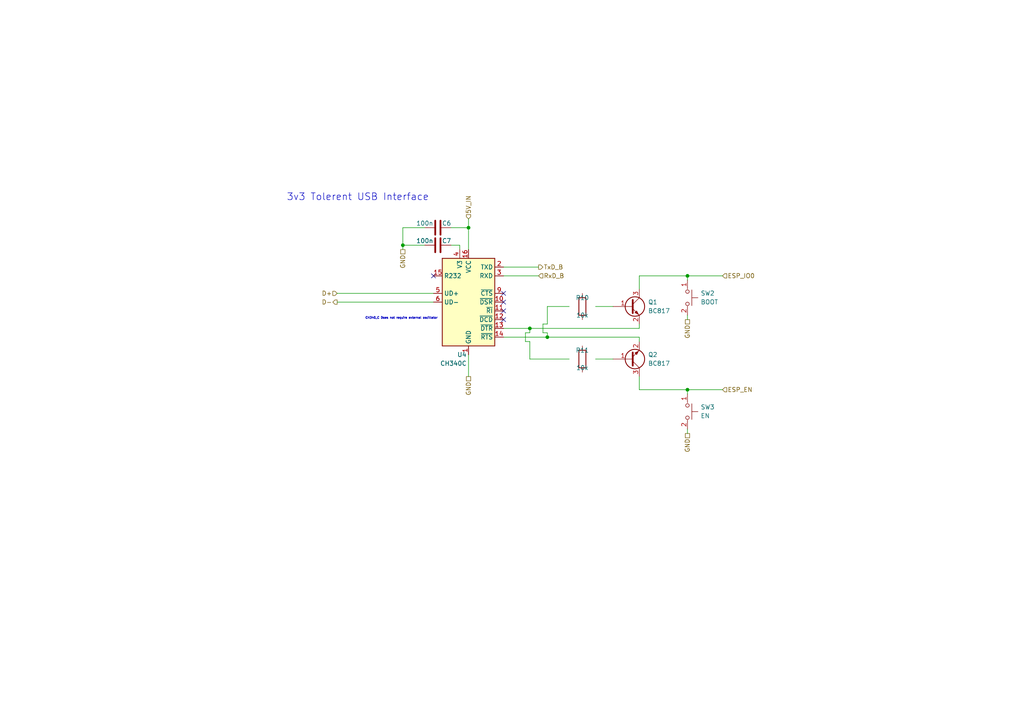
<source format=kicad_sch>
(kicad_sch (version 20230121) (generator eeschema)
  (paper "A4")
  (lib_symbols
    (symbol "000_Capacitor_Film_Immo:100n" (pin_numbers hide) (pin_names (offset 0.254))
      (property "Reference" "C" (at 0.635 2.54 0))
      (property "Value" "100n" (at 0.635 -2.54 0))
      (symbol "100n_0_1"
        (polyline (pts (xy -2.032 -0.762) (xy 2.032 -0.762)) (stroke (width 0.508)))
        (polyline (pts (xy -2.032 0.762) (xy 2.032 0.762)) (stroke (width 0.508)))
      )
      (symbol "100n_1_1"
        (pin passive line (at 0 3.81 270) (length 2.794) (name "~") (number "1"))
        (pin passive line (at 0 -3.81 90) (length 2.794) (name "~") (number "2"))
      )
    )
    (symbol "000_Resistors_Immo:10k" (pin_numbers hide) (pin_names (offset 0))
      (property "Reference" "R?" (at -2.54 3.81 0))
      (property "Value" "10k" (at -5.08 2.54 0))
      (symbol "10k_0_1"
        (rectangle (start 2.54 -1.016) (end -2.54 1.016) (stroke (width 0.254)))
      )
      (symbol "10k_1_1"
        (pin passive line (at -3.81 0 0) (length 1.27) (name "~") (number "1"))
        (pin passive line (at 3.81 0 180) (length 1.27) (name "~") (number "2"))
      )
    )
    (symbol "000_Switches_Immo:pushbutton_tactile_2pin_SMD" (pin_names (offset 1.016) hide)
      (property "Reference" "SW" (at 0.635 5.715 0))
      (property "Value" "pushbutton_tactile_2pin_SMD" (at 0 -3.175 0))
      (symbol "pushbutton_tactile_2pin_SMD_0_1"
        (circle (center -1.778 2.54) (radius 0.508))
        (polyline (pts (xy -2.286 3.81) (xy 2.286 3.81)))
        (polyline (pts (xy 0 3.81) (xy 0 5.588)))
        (circle (center 1.778 2.54) (radius 0.508))
        (pin passive line (at -5.08 2.54 0) (length 2.54) (name "1") (number "1"))
        (pin passive line (at 5.08 2.54 180) (length 2.6) (name "2") (number "2"))
      )
    )
    (symbol "Interface_USB:CH340C"
      (property "Reference" "U" (at -5.08 13.97 0))
      (property "Value" "CH340C" (at 1.27 13.97 0))
      (symbol "CH340C_0_1"
        (rectangle (start -7.62 12.7) (end 7.62 -12.7) (stroke (width 0.254)) (fill (type background)))
      )
      (symbol "CH340C_1_1"
        (pin power_in line (at 0 -15.24 90) (length 2.54) (name "GND") (number "1"))
        (pin input line (at 10.16 0 180) (length 2.54) (name "~{DSR}") (number "10"))
        (pin input line (at 10.16 -2.54 180) (length 2.54) (name "~{RI}") (number "11"))
        (pin input line (at 10.16 -5.08 180) (length 2.54) (name "~{DCD}") (number "12"))
        (pin output line (at 10.16 -7.62 180) (length 2.54) (name "~{DTR}") (number "13"))
        (pin output line (at 10.16 -10.16 180) (length 2.54) (name "~{RTS}") (number "14"))
        (pin input line (at -10.16 7.62 0) (length 2.54) (name "R232") (number "15"))
        (pin power_in line (at 0 15.24 270) (length 2.54) (name "VCC") (number "16"))
        (pin output line (at 10.16 10.16 180) (length 2.54) (name "TXD") (number "2"))
        (pin input line (at 10.16 7.62 180) (length 2.54) (name "RXD") (number "3"))
        (pin passive line (at -2.54 15.24 270) (length 2.54) (name "V3") (number "4"))
        (pin bidirectional line (at -10.16 2.54 0) (length 2.54) (name "UD+") (number "5"))
        (pin bidirectional line (at -10.16 0 0) (length 2.54) (name "UD-") (number "6"))
        (pin no_connect line (at -7.62 -7.62 0) (length 2.54) hide (name "NC") (number "7"))
        (pin no_connect line (at -7.62 -10.16 0) (length 2.54) hide (name "NC") (number "8"))
        (pin input line (at 10.16 2.54 180) (length 2.54) (name "~{CTS}") (number "9"))
      )
    )
    (symbol "Transistor_BJT:BC817" (pin_names (offset 0) hide)
      (property "Reference" "Q" (at 5.08 1.905 0))
      (property "Value" "BC817" (at 5.08 0 0))
      (symbol "BC817_0_1"
        (polyline (pts (xy 0.635 0.635) (xy 2.54 2.54)))
        (polyline (pts (xy 0.635 -0.635) (xy 2.54 -2.54) (xy 2.54 -2.54)))
        (polyline (pts (xy 0.635 1.905) (xy 0.635 -1.905) (xy 0.635 -1.905)) (stroke (width 0.508)))
        (polyline (pts (xy 1.27 -1.778) (xy 1.778 -1.27) (xy 2.286 -2.286) (xy 1.27 -1.778) (xy 1.27 -1.778)) (fill (type outline)))
        (circle (center 1.27 0) (radius 2.8194) (stroke (width 0.254)))
      )
      (symbol "BC817_1_1"
        (pin input line (at -5.08 0 0) (length 5.715) (name "B") (number "1"))
        (pin passive line (at 2.54 -5.08 90) (length 2.54) (name "E") (number "2"))
        (pin passive line (at 2.54 5.08 270) (length 2.54) (name "C") (number "3"))
      )
    )
  )
  (junction (at 158.75 97.79))
  (junction (at 116.84 71.12))
  (junction (at 153.67 95.25))
  (junction (at 135.89 66.04))
  (junction (at 199.39 80.01))
  (junction (at 199.39 113.03))
  (no_connect (at 146.05 90.17))
  (no_connect (at 125.73 80.01))
  (no_connect (at 146.05 85.09))
  (no_connect (at 146.05 87.63))
  (no_connect (at 146.05 92.71))
  (wire (pts (xy 146.05 97.79) (xy 158.75 97.79)))
  (wire (pts (xy 165.1 104.14) (xy 153.67 104.14)))
  (wire (pts (xy 152.4 99.06) (xy 152.4 96.52)))
  (wire (pts (xy 116.84 71.12) (xy 116.84 66.04)))
  (wire (pts (xy 185.42 113.03) (xy 199.39 113.03)))
  (wire (pts (xy 199.39 113.03) (xy 199.39 114.3)))
  (wire (pts (xy 156.21 77.47) (xy 146.05 77.47)))
  (wire (pts (xy 158.75 88.9) (xy 158.75 93.98)))
  (wire (pts (xy 172.72 104.14) (xy 177.8 104.14)))
  (wire (pts (xy 185.42 93.98) (xy 185.42 95.25)))
  (wire (pts (xy 158.75 96.52) (xy 158.75 97.79)))
  (wire (pts (xy 157.48 93.98) (xy 157.48 96.52)))
  (wire (pts (xy 153.67 95.25) (xy 185.42 95.25)))
  (wire (pts (xy 97.79 85.09) (xy 125.73 85.09)))
  (wire (pts (xy 133.35 71.12) (xy 130.81 71.12)))
  (wire (pts (xy 172.72 88.9) (xy 177.8 88.9)))
  (wire (pts (xy 135.89 66.04) (xy 130.81 66.04)))
  (wire (pts (xy 152.4 96.52) (xy 153.67 96.52)))
  (wire (pts (xy 199.39 124.46) (xy 199.39 125.73)))
  (wire (pts (xy 199.39 80.01) (xy 209.55 80.01)))
  (wire (pts (xy 116.84 72.39) (xy 116.84 71.12)))
  (wire (pts (xy 133.35 72.39) (xy 133.35 71.12)))
  (wire (pts (xy 158.75 97.79) (xy 185.42 97.79)))
  (wire (pts (xy 158.75 93.98) (xy 157.48 93.98)))
  (wire (pts (xy 116.84 66.04) (xy 123.19 66.04)))
  (wire (pts (xy 157.48 96.52) (xy 158.75 96.52)))
  (wire (pts (xy 199.39 91.44) (xy 199.39 92.71)))
  (wire (pts (xy 153.67 104.14) (xy 153.67 99.06)))
  (wire (pts (xy 146.05 95.25) (xy 153.67 95.25)))
  (wire (pts (xy 135.89 66.04) (xy 135.89 72.39)))
  (wire (pts (xy 135.89 102.87) (xy 135.89 109.22)))
  (wire (pts (xy 199.39 113.03) (xy 209.55 113.03)))
  (wire (pts (xy 97.79 87.63) (xy 125.73 87.63)))
  (wire (pts (xy 165.1 88.9) (xy 158.75 88.9)))
  (wire (pts (xy 156.21 80.01) (xy 146.05 80.01)))
  (wire (pts (xy 153.67 99.06) (xy 152.4 99.06)))
  (wire (pts (xy 135.89 63.5) (xy 135.89 66.04)))
  (wire (pts (xy 199.39 80.01) (xy 185.42 80.01)))
  (wire (pts (xy 199.39 80.01) (xy 199.39 81.28)))
  (wire (pts (xy 185.42 97.79) (xy 185.42 99.06)))
  (wire (pts (xy 185.42 80.01) (xy 185.42 83.82)))
  (wire (pts (xy 116.84 71.12) (xy 123.19 71.12)))
  (wire (pts (xy 185.42 113.03) (xy 185.42 109.22)))
  (wire (pts (xy 153.67 95.25) (xy 153.67 96.52)))
  (text "3v3 Tolerent USB Interface" (at 124.46 58.42 0) (effects (font (size 2 2)) (justify right bottom)))
  (text "CH340_C Does not require external oscillator" (at 127 92.71 0) (effects (font (size 0.6 0.6)) (justify right bottom)))
  (hierarchical_label "RxD_B" (shape input) (at 156.21 80.01 0))
  (hierarchical_label "D+" (shape input) (at 97.79 85.09 180))
  (hierarchical_label "GND" (shape passive) (at 199.39 125.73 270))
  (hierarchical_label "D-" (shape output) (at 97.79 87.63 180))
  (hierarchical_label "ESP_EN" (shape input) (at 209.55 113.03 0))
  (hierarchical_label "GND" (shape passive) (at 116.84 72.39 270))
  (hierarchical_label "5V_IN" (shape input) (at 135.89 63.5 90))
  (hierarchical_label "GND" (shape passive) (at 199.39 92.71 270))
  (hierarchical_label "GND" (shape passive) (at 135.89 109.22 270))
  (hierarchical_label "ESP_IO0" (shape input) (at 209.55 80.01 0))
  (hierarchical_label "TxD_B" (shape output) (at 156.21 77.47 0))
  (symbol (lib_id "000_Capacitor_Film_Immo:100n") (at 127 66.04 270) (mirror x) (unit 1)
    (property "Reference" "C6" (at 129.54 64.77 90))
    (property "Value" "100n" (at 123.19 64.77 90))
    (property "Footprint" "000_Capacitors_Immo:C_0805_2012_HandSolder_kawaii" (effects hide))
    (property "JLCpart" "C779975" (effects hide))
    (property "Cost" "0.02" (effects hide))
  )
  (symbol (lib_id "Interface_USB:CH340C") (at 135.89 87.63 0) (unit 1)
    (property "Reference" "U4" (at 135.3694 102.87 0) (effects (justify right)))
    (property "Value" "CH340C" (at 135.3694 105.41 0) (effects (justify right)))
    (property "Footprint" "Package_SO:SOIC-16_3.9x9.9mm_P1.27mm" (effects hide))
    (property "Datasheet" "https://datasheet.lcsc.com/szlcsc/Jiangsu-Qin-Heng-CH340C_C84681.pdf" (effects hide))
  )
  (symbol (lib_id "000_Capacitor_Film_Immo:100n") (at 127 71.12 270) (mirror x) (unit 1)
    (property "Reference" "C7" (at 129.54 69.85 90))
    (property "Value" "100n" (at 123.19 69.85 90))
    (property "Footprint" "000_Capacitors_Immo:C_0805_2012_HandSolder_kawaii" (effects hide))
    (property "JLCpart" "C779975" (effects hide))
    (property "Cost" "0.02" (effects hide))
  )
  (symbol (lib_id "Transistor_BJT:BC817") (at 182.88 88.9 0) (unit 1)
    (property "Reference" "Q1" (at 187.96 87.6299 0) (effects (justify left)))
    (property "Value" "BC817" (at 187.96 90.1699 0) (effects (justify left)))
    (property "Footprint" "Package_TO_SOT_SMD:SOT-23" (effects hide))
    (property "Datasheet" "https://www.onsemi.com/pub/Collateral/BC818-D.pdf" (effects hide))
  )
  (symbol (lib_id "000_Switches_Immo:pushbutton_tactile_2pin_SMD") (at 196.85 119.38 270) (unit 1)
    (property "Reference" "SW3" (at 203.2 118.0799 90) (effects (justify left)))
    (property "Value" "EN" (at 203.2 120.6199 90) (effects (justify left)))
    (property "Footprint" "Button_Switch_SMD:SW_SPST_EVQPE1" (effects hide))
  )
  (symbol (lib_id "000_Resistors_Immo:10k") (at 168.91 88.9 90) (unit 1)
    (property "Reference" "R10" (at 168.91 86.36 90))
    (property "Value" "10k" (at 168.91 91.44 90))
    (property "Footprint" "Resistor_SMD:R_0805_2012Metric_Pad1.20x1.40mm_HandSolder" (effects hide))
    (property "JLCpart" "C2930231" (effects hide))
    (property "Cost" "0.002" (effects hide))
  )
  (symbol (lib_id "000_Resistors_Immo:10k") (at 168.91 104.14 90) (unit 1)
    (property "Reference" "R11" (at 168.91 101.6 90))
    (property "Value" "10k" (at 168.91 106.68 90))
    (property "Footprint" "Resistor_SMD:R_0805_2012Metric_Pad1.20x1.40mm_HandSolder" (effects hide))
    (property "JLCpart" "C2930231" (effects hide))
    (property "Cost" "0.002" (effects hide))
  )
  (symbol (lib_id "000_Switches_Immo:pushbutton_tactile_2pin_SMD") (at 196.85 86.36 270) (unit 1)
    (property "Reference" "SW2" (at 203.2 85.0599 90) (effects (justify left)))
    (property "Value" "BOOT" (at 203.2 87.5999 90) (effects (justify left)))
    (property "Footprint" "Button_Switch_SMD:SW_SPST_EVQPE1" (effects hide))
  )
  (symbol (lib_id "Transistor_BJT:BC817") (at 182.88 104.14 0) (mirror x) (unit 1)
    (property "Reference" "Q2" (at 187.96 102.8699 0) (effects (justify left)))
    (property "Value" "BC817" (at 187.96 105.4099 0) (effects (justify left)))
    (property "Footprint" "Package_TO_SOT_SMD:SOT-23" (effects hide))
    (property "Datasheet" "https://www.onsemi.com/pub/Collateral/BC818-D.pdf" (effects hide))
  )
)
</source>
